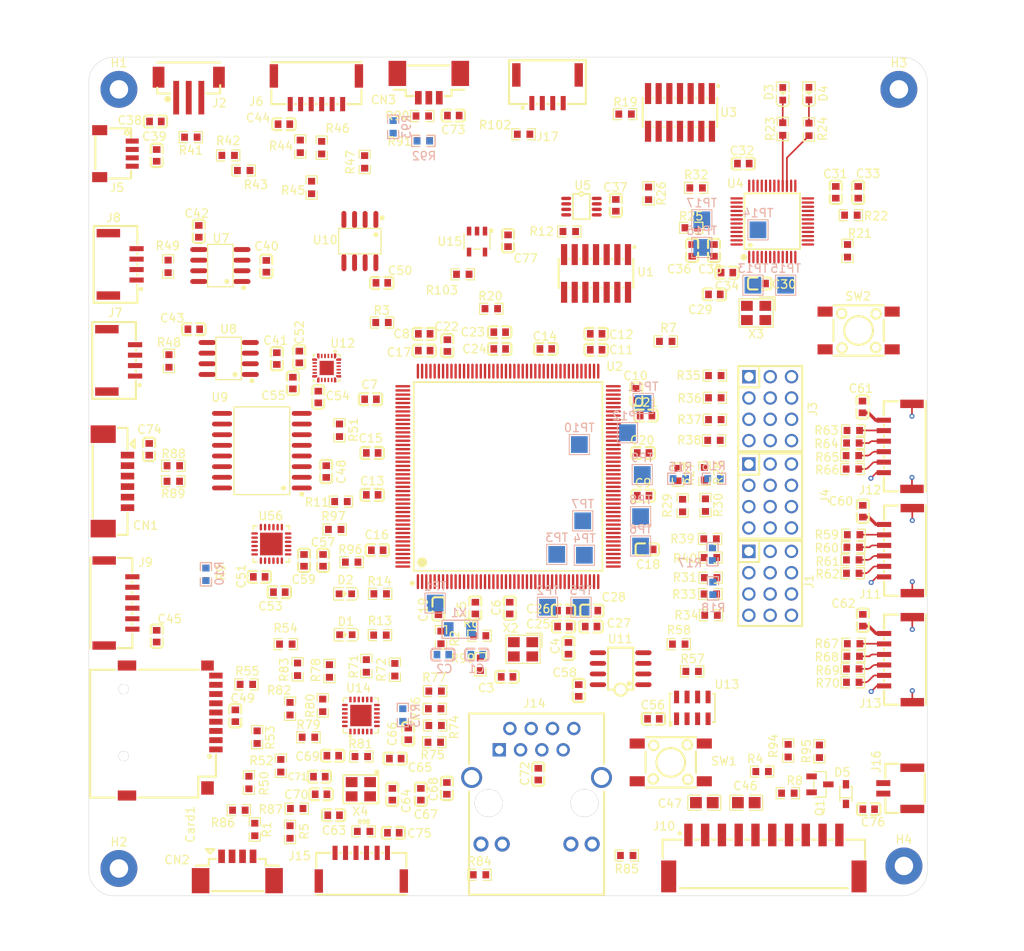
<source format=kicad_pcb>
(kicad_pcb (version 20241229) (generator "pcbnew") (generator_version "9.0")
  (layers (0 "F.Cu" signal) (4 "In1.Cu" signal) (6 "In2.Cu" signal) (8 "In3.Cu" signal) (10 "In4.Cu" signal) (2 "B.Cu" signal) (13 "F.Paste" user) (15 "B.Paste" user) (5 "F.SilkS" user "F.Silkscreen") (7 "B.SilkS" user "B.Silkscreen") (1 "F.Mask" user) (3 "B.Mask" user) (25 "Edge.Cuts" user))
  (net 0 "")
  (net 1 "/STM32H7/OSC_OUT")
  (net 2 "GND")
  (net 3 "/STM32H7/OSC_IN")
  (net 4 "3V3")
  (net 5 "/STM32H7/OSC32_IN")
  (net 6 "/STM32H7/VCAP1")
  (net 7 "/STM32H7/VCAP2")
  (net 8 "5V")
  (net 9 "/STM32H7/OSC32_OUT")
  (net 10 "/SDMMC2_D2")
  (net 11 "/SDMMC2_D1")
  (net 15 "/SDMMC2_D0")
  (net 17 "/SDMMC2_D3")
  (net 18 "/SDMMC2_CMD")
  (net 19 "/SDMMC2_CLK")
  (net 20 "Net-(CN2-Pad3)")
  (net 21 "Net-(CN2-Pad2)")
  (net 23 "Net-(CN3-Pad2)")
  (net 24 "Net-(CN3-Pad3)")
  (net 25 "Net-(D4-K)")
  (net 26 "/USB/USB_5V")
  (net 27 "/STM32H7/nPOWER_IN_B")
  (net 28 "/I2C4_SDA")
  (net 29 "/I2C4_SCL")
  (net 30 "/SERVO_RC/FMU_CH3_CONN")
  (net 31 "/SERVO_RC/FMU_CH4_CONN")
  (net 32 "/SERVO_RC/FMU_CH2_CONN")
  (net 33 "/SERVO_RC/FMU_CH1_CONN")
  (net 34 "Net-(J5-Pad4)")
  (net 35 "Net-(J5-Pad3)")
  (net 36 "Net-(J6-Pad2)")
  (net 37 "Net-(J6-Pad4)")
  (net 38 "Net-(J6-Pad3)")
  (net 39 "Net-(J6-Pad5)")
  (net 40 "/SERVO_RC/IO_CH4_CONN")
  (net 41 "/SERVO_RC/IO_CH3_CONN")
  (net 42 "/SERVO_RC/IO_CH2_CONN")
  (net 43 "/SERVO_RC/IO_CH1_CONN")
  (net 44 "Net-(J11-Pad4)")
  (net 45 "Net-(J11-Pad3)")
  (net 46 "Net-(J11-Pad5)")
  (net 47 "Net-(J11-Pad2)")
  (net 48 "Net-(J12-Pad4)")
  (net 49 "Net-(J12-Pad3)")
  (net 50 "Net-(J12-Pad2)")
  (net 51 "Net-(J12-Pad5)")
  (net 52 "/SERVO_RC/SBUS_PPM_IN")
  (net 53 "/SERVO_RC/IO_CH5_CONN")
  (net 54 "/SERVO_RC/SBUS_OUT_RSSI_IN")
  (net 55 "/SERVO_RC/FMU_CH6_CONN")
  (net 56 "/ETH/ETH_LED1")
  (net 57 "/ETH/ETH_TXP")
  (net 58 "/ETH/ETH_LED2")
  (net 59 "/ETH/ETH_RXP")
  (net 60 "/ETH/ETH_RXN")
  (net 61 "/ETH/ETH_TXN")
  (net 62 "/SPI3_MOSI")
  (net 63 "/SPI3_nCS1")
  (net 64 "/SPI3_MISO")
  (net 65 "/SPI3_SCK")
  (net 66 "/STM32H7/HW_VER_SENSE")
  (net 67 "/STM32F1/USART6_RX_FROM_IO-RC_INPUT")
  (net 68 "/STM32F1/FMU_USART6_RX_IO_USART2_TX")
  (net 69 "/STM32F1/FMU_USART6_TX_IO_USART2_RX")
  (net 70 "/STM32F1/USART6_TX_TO_IO-NC")
  (net 71 "/STM32H7/PDR_ON")
  (net 72 "/STM32H7/HW_VER_REV_DRIVE")
  (net 73 "/SPI1_nCS1")
  (net 74 "/SPI1_SCK")
  (net 75 "/SPI1_MISO")
  (net 76 "/SPI1_DRDY1")
  (net 77 "/SPI1_MOSI")
  (net 78 "/UART7_TX_TELEM1")
  (net 79 "/UART7_RX_TELEM1")
  (net 80 "/UART7_CTS_TELEM1")
  (net 81 "/UART7_RTS_TELEM1")
  (net 82 "/I2C2_SDA")
  (net 83 "/I2C2_SCL")
  (net 84 "/ETH_MDIO")
  (net 85 "/FMU_CH4")
  (net 86 "/FMU_CH3")
  (net 87 "/FMU_CH2")
  (net 88 "/FMU_CH1")
  (net 89 "/STM32H7/HW_REV_SENSE")
  (net 90 "/ETH_CRS_DV")
  (net 91 "/IO_CH4")
  (net 92 "/IO_CH3")
  (net 93 "/IO_CH2")
  (net 94 "/IO_CH1")
  (net 95 "/UART5_TX_TELEM2")
  (net 96 "/UART5_RX_TELEM2")
  (net 97 "/UART5_CTS_TELEM2")
  (net 98 "/UART5_RTS_TELEM2")
  (net 99 "/UART2_TX_TELEM3")
  (net 100 "/UART2_RX_TELEM3")
  (net 101 "/UART2_CTS_TELEM3")
  (net 102 "/UART2_RTS_TELEM3")
  (net 103 "/STM32F1/IO_LED1")
  (net 104 "/STM32F1/IO_LED2")
  (net 105 "/UART1_TX_GPS1")
  (net 106 "/UART1_RX_GPS1")
  (net 107 "/I2C1_SCL")
  (net 108 "/I2C1_SDA")
  (net 109 "/STM32H7/FMU_LED1_GREEN")
  (net 110 "/STM32H7/FMU_LED2_RED")
  (net 111 "/UART4_TX")
  (net 112 "/UART4_RX")
  (net 113 "/I2C3_SCL")
  (net 114 "/I2C3_SDA")
  (net 115 "/FMU_CH6")
  (net 116 "/STM32H7/BOOT0")
  (net 117 "/IO_CH5")
  (net 118 "/ETH_REF_CLK")
  (net 119 "/ETH_RXD0")
  (net 120 "/ETH_RXD1")
  (net 121 "/IO_USART1_RX_DSM")
  (net 122 "/NSBUS_OUT_EN")
  (net 123 "/ETH_NRST")
  (net 124 "/IO_RSSI_IN")
  (net 125 "/IO_PPM_INPUT")
  (net 126 "/QUADSPI_BK1_NCS")
  (net 127 "/UART8_TX_GPS2")
  (net 128 "/UART8_RX_GPS2")
  (net 129 "/IO_SAFETY_SWITCH_IN")
  (net 130 "/IO_NSAFETY_SWITCH_LED_OUT")
  (net 131 "/BUZZER_1")
  (net 132 "/FMU_nSAFETY_SWITCH_LED_OUT")
  (net 133 "/FMU_SAFETY_SWITCH_IN")
  (net 134 "/USB_OTG_FS_VBUS")
  (net 135 "/STM32H7/STM32H7_NRST")
  (net 136 "/STM32F1/STM32F1_NRST")
  (net 137 "/STM32H7/nARMED")
  (net 138 "/STM32F1/IO_SPARE_GPIO2")
  (net 139 "/STM32H7/TIM2_CH3_HEATER")
  (net 140 "/STM32F1/IO_SPARE_GPIO1")
  (net 141 "/STM32H7/nPOWER_IN_A")
  (net 142 "/STM32H7/ADC1_IN16")
  (net 143 "/STM32H7/ADC1_INP18")
  (net 144 "/STM32H7/ADC1_INP9")
  (net 145 "/STM32H7/ADC1_INP5")
  (net 146 "/STM32H7/ADC3_INP0")
  (net 147 "/STM32H7/ADC3_INP1")
  (net 148 "/STM32H7/NFC_GPIO")
  (net 149 "/STM32H7/FMU_CAP1")
  (net 150 "/QUADSPI_BK1_IO3")
  (net 151 "/STM32H7/nLED_BLUE")
  (net 152 "/STM32H7/VDD_5V_PERIPH_nOC")
  (net 153 "/STM32H7/SPI4_MISO")
  (net 154 "/STM32H7/SPI4_DRDY1_BMM150")
  (net 155 "/STM32H7/SPI6_nCS1_EXTERNAL1")
  (net 156 "/STM32H7/SPIX_SYNC")
  (net 157 "/STM32H7/SPI4_MOSI")
  (net 158 "/STM32H7/VDD_5V_HIPOWER_nEN")
  (net 159 "/STM32H7/SPI4_nCS1_BMM150")
  (net 160 "/STM32H7/VDD_3V3_SENSORS2_EN")
  (net 161 "/STM32H7/SPI3_nCS2_BMI088_GYRO")
  (net 162 "/QUADSPI_BK1_IO0")
  (net 163 "/STM32H7/FMU_CH8")
  (net 164 "/STM32H7/USART3_VCP_RX")
  (net 165 "/SPI2_MISO")
  (net 166 "/STM32H7/FMU_SWDIO")
  (net 167 "/ETH_MDC")
  (net 168 "/SPI2_nCS1")
  (net 169 "/STM32H7/VDD_3V3_SPEKTRUM_POWER_EN")
  (net 170 "/STM32H7/ADC1_INP6")
  (net 171 "/FDCAN1_TX")
  (net 172 "/STM32H7/SPI6_MISO")
  (net 173 "/SPI2_DRDY2_INT2")
  (net 174 "/QUADSPI_CLK")
  (net 175 "/SD_CARD_DETECT")
  (net 176 "/ETH_TXD1")
  (net 177 "/SPI5_MISO")
  (net 178 "/SPI5_SCK")
  (net 179 "/STM32H7/VDD_5V_PERIPH_nEN")
  (net 180 "/STM32H7/FMU_SWO")
  (net 181 "/STM32H7/SPI6_nCS2_EXTERNAL1")
  (net 182 "/FDCAN2_RX")
  (net 183 "/SPI2_MOSI")
  (net 184 "/STM32H7/VDD_5V_HIPOWER_nOC")
  (net 185 "/STM32H7/SPI6_MOSI")
  (net 186 "/FDCAN1_RX")
  (net 187 "/QUADSPI_BK1_IO1")
  (net 188 "/STM32H7/VDD_3V3_SD_CARD_EN")
  (net 189 "/ETH_TXD0")
  (net 190 "/ETH_TX_EN")
  (net 191 "/QUADSPI_BK1_IO2")
  (net 192 "/STM32H7/FMU_SWCLK")
  (net 193 "/STM32H7/I2C2_DRDY1")
  (net 194 "/STM32H7/FMU_CH7")
  (net 195 "/STM32H7/nPOWER_IN_C")
  (net 196 "/SPI5_nCS1")
  (net 197 "/SPI5_MOSI")
  (net 198 "/SPI2_SCK")
  (net 199 "/STM32H7/VDD_3V3_SENSORS1_EN")
  (net 200 "/STM32H7/VDD_3V3_SENSORS4_EN")
  (net 201 "/STM32H7/SPI3_DRDY1_BMI088_INT1_ACCEL")
  (net 202 "/STM32H7/FMU_PPM_INPUT")
  (net 203 "/FDCAN2_TX")
  (net 204 "/STM32H7/SPI3_DRDY2_BMI088_INT3_GYRO")
  (net 205 "/STM32H7/SPI4_SCK")
  (net 206 "/STM32H7/USART3_VCP_TX")
  (net 207 "/STM32H7/VDD_3V3_SENSORS3_EN")
  (net 208 "/STM32F1/IO_CH8")
  (net 209 "/STM32F1/IO_USART1_TX_VCP")
  (net 210 "/IO_SBUS_OUTPUT")
  (net 211 "/STM32F1/IO_SWCLK")
  (net 212 "/STM32F1/IO_SWDIO")
  (net 213 "/STM32F1/IO_CH6")
  (net 214 "/STM32F1/IO_SWO")
  (net 215 "/STM32F1/IO_VDD_SERVO_SENS")
  (net 216 "/STM32F1/IO_CH7")
  (net 217 "/IO_SBUS_INPUT")
  (net 218 "Net-(U4-PD1-OSC_OUT)")
  (net 219 "Net-(U4-PD0-OSC_IN)")
  (net 220 "Net-(U56-REGOUT)")
  (net 221 "Net-(U12-REGOUT)")
  (net 222 "Net-(U14-XTAL2)")
  (net 223 "Net-(U14-XTAL1{slash}CLKIN)")
  (net 224 "Net-(U14-VDDCR)")
  (net 225 "Net-(CN1-Pad2)")
  (net 226 "Net-(CN1-Pad3)")
  (net 230 "Net-(D1-K)")
  (net 231 "Net-(D2-K)")
  (net 232 "Net-(D3-K)")
  (net 233 "Net-(D5-A)")
  (net 234 "Net-(J2-Pad2)")
  (net 235 "Net-(U8-CANL)")
  (net 236 "Net-(U8-CANH)")
  (net 237 "Net-(U7-CANH)")
  (net 238 "Net-(U7-CANL)")
  (net 239 "Net-(J13-Pad2)")
  (net 240 "Net-(J13-Pad3)")
  (net 241 "Net-(J13-Pad4)")
  (net 242 "Net-(J13-Pad5)")
  (net 243 "Net-(J14-Pad10)")
  (net 245 "Net-(J14-Pad11)")
  (net 246 "Net-(J15-Pad5)")
  (net 247 "Net-(J15-Pad3)")
  (net 248 "Net-(J15-Pad4)")
  (net 249 "Net-(J15-Pad2)")
  (net 250 "Net-(Q1-G)")
  (net 251 "Net-(R12-Pad1)")
  (net 252 "Net-(R19-Pad1)")
  (net 253 "Net-(U4-PB2)")
  (net 254 "Net-(U4-BOOT0)")
  (net 255 "Net-(U5-1A)")
  (net 256 "Net-(U5-2Y)")
  (net 271 "Net-(U14-RXER{slash}PHYAD0)")
  (net 272 "Net-(U14-RXD0{slash}MODE0)")
  (net 273 "Net-(U14-RXD1{slash}MODE1)")
  (net 274 "Net-(U14-CRS_DV{slash}MODE2)")
  (net 275 "Net-(U14-~{INT}{slash}REFCLKO)")
  (net 276 "Net-(U14-RBIAS)")
  (net 277 "Net-(U4-PC13-TAMPER-RTC)")
  (net 278 "Net-(U4-PC14-OSC32_IN)")
  (net 279 "Net-(U4-PC15-OSC32_OUT)")
  (net 314 "/USB_OTG_FS_D-")
  (net 315 "/USB_OTG_FS_D+")
  (footprint "easyeda2kicad:C0603" (layer "F.Cu") (at 157.55 56.1 90)
    (property "Reference" "C36")
    (property "Value" "CL10B105KA8NNNC (1uf ,0603 ,25v ,X7R)")
  )
  (footprint "easyeda2kicad:C0603" (layer "F.Cu") (at 161.7 58.75 180)
    (property "Reference" "C34")
    (property "Value" "CC0603KRX7R9BB104 (100nf , 0603 ,50v ,X7R)")
  )
  (footprint "easyeda2kicad:C0603" (layer "F.Cu") (at 114.8 123.45)
    (property "Reference" "C63")
    (property "Value" "CC0603JRNPO9BN100 (10pF , 0603 ,50V ,X7R)")
  )
  (footprint "easyeda2kicad:R0603" (layer "F.Cu") (at 137.45 42.25)
    (property "Reference" "R102")
    (property "Value" "0603WAF1002T5E")
  )
  (footprint "easyeda2kicad:R0603" (layer "F.Cu") (at 102.225 44.775 180)
    (property "Reference" "R42")
    (property "Value" "603WAF1200T5E")
  )
  (footprint "easyeda2kicad:C0603" (layer "F.Cu") (at 98.725 53.825 -90)
    (property "Reference" "C42")
    (property "Value" "CC0603KRX7R9BB104 (100nf , 0603 ,50v ,X7R)")
  )
  (footprint "easyeda2kicad:C0603" (layer "F.Cu") (at 120.55 59.97 180)
    (property "Reference" "C50")
    (property "Value" "CC0603KRX7R9BB104 (100nf , 0603 ,50v ,X7R)")
  )
  (footprint "easyeda2kicad:LED0603-RD" (layer "F.Cu") (at 116.2 97.05 180)
    (property "Reference" "D2")
    (property "Value" "KT-0603R")
  )
  (footprint "easyeda2kicad:C0603" (layer "F.Cu") (at 177.86 74.77 -90)
    (property "Reference" "C61")
    (property "Value" "CC0603KRX7R9BB104 (100nf , 0603 ,50v ,X7R)")
  )
  (footprint "easyeda2kicad:C0603" (layer "F.Cu") (at 152.93 111.96)
    (property "Reference" "C56")
    (property "Value" "CC0603KRX7R9BB104 (100nf , 0603 ,50v ,X7R)")
  )
  (footprint "easyeda2kicad:R0603" (layer "F.Cu") (at 116.95 93.27 180)
    (property "Reference" "R96")
    (property "Value" "0603WAF2200T5E (220ohm  , 0603)")
  )
  (footprint "easyeda2kicad:R0603" (layer "F.Cu") (at 108.5 117.55 -90)
    (property "Reference" "R52")
    (property "Value" "0603WAF1002T5E")
  )
  (footprint "easyeda2kicad:HDR-SMD_14P-P1.27-V-M-R2-C7-LS5.5" (layer "F.Cu") (at 146.09 58.85 180)
    (property "Reference" "U1")
    (property "Value" "HB-PH9-12727PB2GOB")
  )
  (footprint "easyeda2kicad:C0603" (layer "F.Cu") (at 121.8 120.95 90)
    (property "Reference" "C64")
    (property "Value" "CC0603JRNPO9BN100 (10pF , 0603 ,50V ,X7R)")
  )
  (footprint "easyeda2kicad:R0603" (layer "F.Cu") (at 110.5 106.05 90)
    (property "Reference" "R83")
    (property "Value" "0603WAF499JT5E (49.9ohm , 0603)")
  )
  (footprint "easyeda2kicad:CRYSTAL-SMD_4P-L3.2-W2.5-BL_SIT8008BI" (layer "F.Cu") (at 118.05 120.35 180)
    (property "Reference" "X4")
    (property "Value" "XL2EL89CMI-111YLC-25M")
  )
  (footprint "easyeda2kicad:C0603" (layer "F.Cu") (at 108.875 41.05)
    (property "Reference" "C44")
    (property "Value" "CC0603KRX7R9BB104 (100nf , 0603 ,50v ,X7R)")
  )
  (footprint "easyeda2kicad:CONN-SMD_A1257WV-S-6P" (layer "F.Cu") (at 182.12 91.9 90)
    (property "Reference" "J11")
    (property "Value" "A1257WV-S-6P-LCP")
  )
  (footprint "easyeda2kicad:R0603" (layer "F.Cu") (at 172.725 115.825 -90)
    (property "Reference" "R95")
    (property "Value" "0603WAF1002T5E")
  )
  (footprint "easyeda2kicad:C0603" (layer "F.Cu") (at 152.05 75.8 180)
    (property "Reference" "C21")
    (property "Value" "CL10A225KO8NNNC (2.2uf , 0603,16v,X5R)")
  )
  (footprint "easyeda2kicad:C0603" (layer "F.Cu") (at 119.4 85.25)
    (property "Reference" "C13")
    (property "Value" "CC0603KRX7R9BB104 (100nf , 0603 ,50v ,X7R)")
  )
  (footprint "easyeda2kicad:R0603" (layer "F.Cu") (at 176.75 91.5)
    (property "Reference" "R60")
    (property "Value" "0603WAF2200T5E (220ohm  , 0603)")
  )
  (footprint "easyeda2kicad:C0603" (layer "F.Cu") (at 139.2 118.55 90)
    (property "Reference" "C72")
    (property "Value" "CC0603KRX7R9BB104 (100nf , 0603 ,50v ,X7R)")
  )
  (footprint "easyeda2kicad:C0603" (layer "F.Cu") (at 135.6 54.95 -90)
    (property "Reference" "C77")
    (property "Value" "CC0603KRX7R9BB104 (100nf , 0603 ,50v ,X7R)")
  )
  (footprint "easyeda2kicad:R0603" (layer "F.Cu") (at 159.735 92.725)
    (property "Reference" "R40")
    (property "Value" "0603WAF2200T5E (220ohm  , 0603)")
  )
  (footprint "easyeda2kicad:C0603" (layer "F.Cu") (at 128.36 67.45 -90)
    (property "Reference" "C22")
    (property "Value" "CL10A225KO8NNNC (2.2uf , 0603,16v,X5R)")
  )
  (footprint "easyeda2kicad:C0603" (layer "F.Cu") (at 174.675 49.175 -90)
    (property "Reference" "C31")
    (property "Value" "CC0603KRX7R9BB104 (100nf , 0603 ,50v ,X7R)")
  )
  (footprint "easyeda2kicad:C0603" (layer "F.Cu") (at 178.6 122.73)
    (property "Reference" "C76")
    (property "Value" "CC0603KRX7R9BB104 (100nf , 0603 ,50v ,X7R)")
  )
  (footprint "easyeda2kicad:C0603" (layer "F.Cu") (at 109.94 71.92 90)
    (property "Reference" "C55")
    (property "Value" "CC0603KRX7R9BB104 (100nf , 0603 ,50v ,X7R)")
  )
  (footprint "easyeda2kicad:R0603" (layer "F.Cu") (at 105.68 114.14 -90)
    (property "Reference" "R53")
    (property "Value" "0603WAF1002T5E")
  )
  (footprint "easyeda2kicad:R0603" (layer "F.Cu") (at 114.3 106.25 90)
    (property "Reference" "R78")
    (property "Value" "0603WAF499JT5E (49.9ohm , 0603)")
  )
  (footprint "easyeda2kicad:C0603" (layer "F.Cu") (at 152.2 91.75 180)
    (property "Reference" "C18")
    (property "Value" "CC0603KRX7R9BB104 (100nf , 0603 ,50v ,X7R)")
  )
  (footprint "easyeda2kicad:R0603" (layer "F.Cu") (at 104.4 107.85)
    (property "Reference" "R55")
    (property "Value" "0603WAF1002T5E")
  )
  (footprint "easyeda2kicad:R0603" (layer "F.Cu") (at 126.9 112.75 180)
    (property "Reference" "R74")
    (property "Value" "603WAF220JT5E (22ohm , 0603)")
  )
  (footprint "easyeda2kicad:R0603" (layer "F.Cu") (at 176.76 77.57)
    (property "Reference" "R63")
    (property "Value" "0603WAF2200T5E (220ohm  , 0603)")
  )
  (footprint "easyeda2kicad:R0603" (layer "F.Cu") (at 103.5 122.85 180)
    (property "Reference" "R86")
    (property "Value" "603WAF1200T5E")
  )
  (footprint "MountingHole:MountingHole_2.2mm_M2_Pad" (layer "F.Cu") (at 89.2 129.8)
    (property "Reference" "H2")
    (property "Value" "MountingHole_Pad")
  )
  (footprint "easyeda2kicad:LED0603-RD" (layer "F.Cu") (at 116.26 101.925 180)
    (property "Reference" "D1")
    (property "Value" "0603 Green 509-620mcd")
  )
  (footprint "easyeda2kicad:C0603" (layer "F.Cu") (at 177.35 49.175 -90)
    (property "Reference" "C33")
    (property "Value" "CC0603KRX7R9BB104 (100nf , 0603 ,50v ,X7R)")
  )
  (footprint "easyeda2kicad:C0603" (layer "F.Cu") (at 125.2 120.95 90)
    (property "Reference" "C67")
    (property "Value" "CC0603KRX7R9BB471 (470pF , 0603 ,50V ,X7R)")
  )
  (footprint "easyeda2kicad:LED0603-RD" (layer "F.Cu") (at 168.35 37.425 90)
    (property "Reference" "D3")
    (property "Value" "0603 Green 509-620mcd")
  )
  (footprint "easyeda2kicad:C0603" (layer "F.Cu") (at 108.025 69 90)
    (property "Reference" "C41")
    (property "Value" "CL10A225KO8NNNC (2.2uf , 0603,16v,X5R)")
  )
  (footprint "easyeda2kicad:R0603" (layer "F.Cu") (at 112.175 48.6 90)
    (property "Reference" "R45")
    (property "Value" "0603WAF2200T5E (220ohm  , 0603)")
  )
  (footprint "easyeda2kicad:R0603" (layer "F.Cu") (at 126.9 108.65 180)
    (property "Reference" "R77")
    (property "Value" "603WAF220JT5E (22ohm , 0603)")
  )
  (footprint "easyeda2kicad:R0603" (layer "F.Cu") (at 127.6 102.25 -90)
    (property "Reference" "R2")
    (property "Value" "0603WAF1002T5E")
  )
  (footprint "easyeda2kicad:R0603" (layer "F.Cu") (at 176.8 90)
    (property "Reference" "R59")
    (property "Value" "0603WAF2200T5E (220ohm  , 0603)")
  )
  (footprint "easyeda2kicad:R0603" (layer "F.Cu") (at 159.135 86.475 -90)
    (property "Reference" "R30")
    (property "Value" "0603WAF1002T5E")
  )
  (footprint "easyeda2kicad:CONN-SMD_10P-P2.00_CNJM_CNJMA2012WV-S-10P" (layer "F.Cu") (at 166.1 128.275)
    (property "Reference" "J10")
    (property "Value" "CNJMA2012WV-S-10P")
  )
  (footprint "easyeda2kicad:R0603" (layer "F.Cu") (at 160.15 78.75)
    (property "Reference" "R38")
    (property "Value" "0603WAF2200T5E (220ohm  , 0603)")
  )
  (footprint "easyeda2kicad:R0603" (layer "F.Cu") (at 125.5 43.025 180)
    (property "Reference" "R91")
    (property "Value" "603WAF220JT5E (22ohm , 0603)")
  )
  (footprint "easyeda2kicad:C0603" (layer "F.Cu") (at 165.6 60.05)
    (property "Reference" "C30")
    (property "Value" "CC0603JRNPO9BN100 (10pF , 0603 ,50V ,X7R)")
  )
  (footprint "easyeda2kicad:R0603" (layer "F.Cu") (at 110.825 43.7 90)
    (property "Reference" "R44")
    (property "Value" "0603WAF2200T5E (220ohm  , 0603)")
  )
  (footprint "easyeda2kicad:SM8_L3.0-W2.8-P0.65-LS4.0-BL" (layer "F.Cu") (at 144.35 50.885 -90)
    (property "Reference" "U5")
    (property "Value" "SN74LVC2G240DCTR")
  )
  (footprint "easyeda2kicad:R0603" (layer "F.Cu") (at 125.375 40.075)
    (property "Reference" "R90")
    (property "Value" "603WAF1000T5E (100ohm , 0603)")
  )
  (footprint "easyeda2kicad:R0603" (layer "F.Cu") (at 114.925 89.375 180)
    (property "Reference" "R97")
    (property "Value" "0603WAF2200T5E (220ohm  , 0603)")
  )
  (footprint "MountingHole:MountingHole_2.2mm_M2_Pad" (layer "F.Cu") (at 182.2 36.9)
    (property "Reference" "H3")
    (property "Value" "MountingHole_Pad")
  )
  (footprint "easyeda2kicad:R0603" (layer "F.Cu") (at 168.96 120.82)
    (property "Reference" "R8")
    (property "Value" "0603WAF1002T5E")
  )
  (footprint "easyeda2kicad:R0603" (layer "F.Cu") (at 176.8 103)
    (property "Reference" "R67")
    (property "Value" "0603WAF2200T5E (220ohm  , 0603)")
  )
  (footprint "easyeda2kicad:C0603" (layer "F.Cu") (at 92.81 79.82 -90)
    (property "Reference" "C74")
    (property "Value" "CC0603KRX7R9BB104 (100nf , 0603 ,50v ,X7R)")
  )
  (footprint "easyeda2kicad:R0603" (layer "F.Cu") (at 99.575 94.725 -90)
    (property "Reference" "R9")
    (property "Value" "603WAF0000T5E (0ohm , 0603)")
  )
  (footprint "easyeda2kicad:CONN-SMD_4P-P1.25_BM04B-GHS-TBT-LF-SN" (layer "F.Cu") (at 89.6225 57.765 -90)
    (property "Reference" "J8")
    (property "Value" "HCZZ0494-4")
  )
  (footprint "easyeda2kicad:C0603" (layer "F.Cu") (at 125.6 68.05)
    (property "Reference" "C17")
    (property "Value" "CC0603KRX7R9BB104 (100nf , 0603 ,50v ,X7R)")
  )
  (footprint "easyeda2kicad:R0603" (layer "F.Cu") (at 176.66 82.17)
    (property "Reference" "R66")
    (property "Value" "0603WAF2200T5E (220ohm  , 0603)")
  )
  (footprint "easyeda2kicad:LED0603-RD" (layer "F.Cu") (at 171.475 37.4 90)
    (property "Reference" "D4")
    (property "Value" "KT-0603R")
  )
  (footprint "easyeda2kicad:R0603" (layer "F.Cu") (at 126.85 110.75 180)
    (property "Reference" "R76")
    (property "Value" "603WAF220JT5E (22ohm , 0603)")
  )
  (footprint "easyeda2kicad:LQFP-48_L7.0-W7.0-P0.50-LS9.0-BL" (layer "F.Cu") (at 167.1 52.65)
    (property "Reference" "U4")
    (property "Value" "STM32F103C8T6")
  )
  (footprint "easyeda2kicad:C0603" (layer "F.Cu") (at 119.4 80.25)
    (property "Reference" "C15")
    (property "Value" "CC0603KRX7R9BB104 (100nf , 0603 ,50v ,X7R)")
  )
  (footprint "easyeda2kicad:C0603" (layer "F.Cu") (at 121.92 125.54 180)
    (property "Reference" "C75")
    (property "Value" "CC0603KRX7R9BB104 (100nf , 0603 ,50v ,X7R)")
  )
  (footprint "easyeda2kicad:C0603" (layer "F.Cu") (at 125.6 66.05)
    (property "Reference" "C8")
    (property "Value" "CC0603KRX7R9BB104 (100nf , 0603 ,50v ,X7R)")
  )
  (footprint "easyeda2kicad:R0603" (layer "F.Cu") (at 156.41 86.525 -90)
    (property "Reference" "R29")
    (property "Value" "0603WAF2200T5E (220ohm  , 0603)")
  )
  (footprint "easyeda2kicad:C0603" (layer "F.Cu") (at 93.55 40.725)
    (property "Reference" "C38")
    (property "Value" "CC0603KRX7R9BB104 (100nf , 0603 ,50v ,X7R)")
  )
  (footprint "easyeda2kicad:TF-SMD_TF-PUSH" (layer "F.Cu") (at 95.4625 113.35 -90)
    (property "Reference" "Card1")
    (property "Value" "TFPUSH (Micro SD card)")
  )
  (footprint "easyeda2kicad:C0603" (layer "F.Cu") (at 106.775 58 90)
    (property "Reference" "C40")
    (property "Value" "CL10A225KO8NNNC (2.2uf , 0603,16v,X5R)")
  )
  (footprint "easyeda2kicad:R0603" (layer "F.Cu") (at 120.57 64.7)
    (property "Reference" "R3")
    (property "Value" "0603WAF1002T5E")
  )
  (footprint "easyeda2kicad:R0603" (layer "F.Cu") (at 95.065 58.01 -90)
    (property "Reference" "R49")
    (property "Value" "603WAF1200T5E")
  )
  (footprint "easyeda2kicad:RJ45-TH_HR911105A" (layer "F.Cu") (at 139 120)
    (property "Reference" "J14")
    (property "Value" "HR911105A_C12074")
  )
  (footprint "easyeda2kicad:R0603" (layer "F.Cu") (at 115.5 77.55 -90)
    (property "Reference" "R51")
    (property "Value" "0603WAF1002T5E")
  )
  (footprint "easyeda2kicad:C0603" (layer "F.Cu") (at 122.15 116.7 180)
    (property "Reference" "C65")
    (property "Value" "CL10B105KA8NNNC (1uf ,0603 ,25v ,X7R)")
  )
  (footprint "easyeda2kicad:C0603" (layer "F.Cu") (at 113.54 93.06 90)
    (property "Reference" "C57")
    (property "Value" "CL10A225KO8NNNC (2.2uf , 0603,16v,X5R)")
  )
  (footprint "easyeda2kicad:QFN-24_L3.0-W3.0-P0.40-BL-EP" (layer "F.Cu") (at 113.975 70.12 180)
    (property "Reference" "U12")
    (property "Value" "MPU6500")
  )
  (footprint "easyeda2kicad:R0603" (layer "F.Cu") (at 165.89 118.24 180)
    (property "Reference" "R4")
    (property "Value" "0603WAF1002T5E")
  )
  (footprint "easyeda2kicad:R0603" (layer "F.Cu") (at 155.95 103.05)
    (property "Reference" "R58")
    (property "Value" "0603WAF1002T5E")
  )
  (footprint "easyeda2kicad:R0603" (layer "F.Cu") (at 113.375 43.85 90)
    (property "Reference" "R46")
    (property "Value" "603WAF1200T5E")
  )
  (footprint "easyeda2kicad:CONN-SMD_6P-P1.25_A1251WV-S-6P" (layer "F.Cu") (at 88.775 83.645 -90)
    (property "Reference" "CN1")
    (property "Value" "A1251WV-S-6P")
  )
  (footprint "easyeda2kicad:C0603" (layer "F.Cu") (at 163.65 45.75)
    (property "Reference" "C32")
    (property "Value" "CC0603KRX7R9BB104 (100nf , 0603 ,50v ,X7R)")
  )
  (footprint "easyeda2kicad:CRYSTAL-SMD_4P-L3.2-W2.5-BL" (layer "F.Cu") (at 137.385 103.665 180)
    (property "Reference" "X2")
    (property "Value" "XL2EL89CLI-111YLC-16M")
  )
  (footprint "easyeda2kicad:CONN-SMD_A1257WV-S-6P" (layer "F.Cu") (at 182.08 79.47 90)
    (property "Reference" "J12")
    (property "Value" "A1257WV-S-6P-LCP")
  )
  (footprint "easyeda2kicad:R0603" (layer "F.Cu") (at 120.35 97.05)
    (property "Reference" "R14")
    (property "Value" "603WAF1000T5E (100ohm , 0603)")
  )
  (footprint "MountingHole:MountingHole_2.2mm_M2_Pad" (layer "F.Cu") (at 182.8 129.5)
    (property "Reference" "H4")
    (property "Value" "MountingHole_Pad")
  )
  (footprint "easyeda2kicad:C0603" (layer "F.Cu") (at 129.07 40.02 180)
    (property "Reference" "C73")
    (property "Value" "CC0603KRX7R9BB104 (100nf , 0603 ,50v ,X7R)")
  )
  (footprint "easyeda2kicad:R0603" (layer "F.Cu") (at 155.85 82.825 -90)
    (property "Reference" "R27")
    (property "Value" "0603WAF2200T5E (220ohm  , 0603)")
  )
  (footprint "easyeda2kicad:CRYSTAL-SMD_4P-L3.2-W2.5-BL" (layer "F.Cu") (at 165.176471 63.560999 180)
    (property "Reference" "X3")
    (property "Value" "X322524MLB4SI_C5210646")
  )
  (footprint "easyeda2kicad:SOT-23-5_L3.0-W1.5-P0.95-LS2.8-BL" (layer "F.Cu") (at 131.9 55.05 180)
    (property "Reference" "U15")
    (property "Value" "SN74LVC1G07DBVR_C19829659")
  )
  (footprint "easyeda2kicad:HDR-TH_12P-P2.54-V-M-R3-C4-S2.54" (layer "F.Cu") (at 166.86 74.97 -90)
    (property "Reference" "J3")
    (property "Value" "HX PZ2.54-3X4P ZZ")
  )
  (footprint "easyeda2kicad:CONN-SMD_B3B-ZR-SM4-TF" (layer "F.Cu") (at 97.525 36.67 180)
    (property "Reference" "J2")
    (property "Value" "B3B-ZR-SM4-TF(LF)(SN)")
  )
  (footprint "easyeda2kicad:R0603" (layer "F.Cu") (at 132.2 102.05 180)
    (property "Reference" "R6")
    (property "Value" "0603WAF1002T5E")
  )
  (footprint "easyeda2kicad:R0603" (layer "F.Cu") (at 159.725 97.075)
    (property "Reference" "R33")
    (property "Value" "0603WAF2200T5E (220ohm  , 0603)")
  )
  (footprint "easyeda2kicad:CONN-SMD_A1257WV-S-6P" (layer "F.Cu") (at 89.12 98.145 -90)
    (property "Reference" "J9")
    (property "Value" "A1257WV-S-6P-LCP")
  )
  (footprint "easyeda2kicad:R0603" (layer "F.Cu") (at 113.5 110.35 90)
    (property "Reference" "R80")
    (property "Value" "0603WAF499JT5E (49.9ohm , 0603)")
  )
  (footprint "easyeda2kicad:C0603" (layer "F.Cu") (at 120 91.85)
    (property "Reference" "C16")
    (property "Value" "CC0603KRX7R9BB104 (100nf , 0603 ,50v ,X7R)")
  )
  (footprint "easyeda2kicad:R0603" (layer "F.Cu") (at 132.2 130.55)
    (property "Reference" "R84")
    (property "Value" "603WAF1000T5E (100ohm , 0603)")
  )
  (footprint "easyeda2kicad:R0603" (layer "F.Cu") (at 168.35 41.625 -90)
    (property "Reference" "R23")
    (property "Value" "603WAF1000T5E (100ohm , 0603)")
  )
  (footprint "easyeda2kicad:C0603" (layer "F.Cu") (at 93.7 44.775 90)
    (property "Reference" "C39")
    (property "Value" "CC0603KRX7R9BB104 (100nf , 0603 ,50v ,X7R)")
  )
  (footprint "easyeda2kicad:R0603" (layer "F.Cu") (at 95.69 81.775 180)
    (property "Reference" "R88")
    (property "Value" "0603WAF2200T5E (220ohm  , 0603)")
  )
  (footprint "easyeda2kicad:R0603" (layer "F.Cu") (at 126.8 114.75 180)
    (property "Reference" "R75")
    (property "Value" "603WAF220JT5E (22ohm , 0603)")
  )
  (footprint "easyeda2kicad:SOIC-8_L4.9-W3.9-P1.27-LS6.0-BL" (layer "F.Cu") (at 117.9275 54.99 180)
    (property "Reference" "U10")
    (property "Value" "24LC64-I/SN")
  )
  (footprint "easyeda2kicad:C0603" (layer "F.Cu") (at 113.92 82.47 -90)
    (property "Reference" "C48")
    (property "Value" "CC0603KRX7R9BB104 (100nf , 0603 ,50v ,X7R)")
  )
  (footprint "easyeda2kicad:R0603" (layer "F.Cu") (at 158.025 48.65 180)
    (property "Reference" "R32")
    (property "Value" "0603WAF2200T5E (220ohm  , 0603)")
  )
  (footprint "easyeda2kicad:R0603" (layer "F.Cu") (at 95.68 83.63 180)
    (property "Reference" "R89")
    (property "Value" "0603WAF2200T5E (220ohm  , 0603)")
  )
  (footprint "easyeda2kicad:R0603" (layer "F.Cu") (at 95.165 69.285 -90)
    (property "Reference" "R48")
    (property "Value" "603WAF1200T5E")
  )
  (footprint "easyeda2kicad:C0603" (layer "F.Cu") (at 135.8 98.75 90)
    (property "Reference" "C6")
    (property "Value" "CC0603KRX7R9BB104 (100nf , 0603 ,50v ,X7R)")
  )
  (footprint "easyeda2kicad:R0603" (layer "F.Cu") (at 176.7 106)
    (property "Reference" "R69")
    (property "Value" "0603WAF2200T5E (220ohm  , 0603)")
  )
  (footprint "easyeda2kicad:R0603" (layer "F.Cu") (at 171.475 41.675 -90)
    (property "Reference" "R24")
    (property "Value" "603WAF1000T5E (100ohm , 0603)")
  )
  (footprint "easyeda2kicad:R0603" (layer "F.Cu") (at 104.075 46.575 180)
    (property "Reference" "R43")
    (property "Value" "603WAF1200T5E")
  )
  (footprint "easyeda2kicad:C0603" (layer "F.Cu") (at 145.5 100.95 180)
    (property "Reference" "C27")
    (property "Value" "CL10B105KA8NNNC (1uf ,0603 ,25v ,X7R)")
  )
  (footprint "easyeda2kicad:CONN-SMD_A1257WV-S-6P" (layer "F.Cu") (at 118.1 129.6175)
    (property "Reference" "J15")
    (property "Value" "A1257WV-S-6P-LCP")
  )
  (footprint "easyeda2kicad:R0603" (layer "F.Cu") (at 169 115.75 -90)
    (property "Reference" "R94")
    (property "Value" "0603WAF2200T5E (220ohm  , 0603)")
  )
  (footprint "easyeda2kicad:R0603" (layer "F.Cu") (at 160.25 73.675)
    (property "Reference" "R36")
    (property "Value" "0603WAF2200T5E (220ohm  , 0603)")
  )
  (footprint "easyeda2kicad:R0603" (layer "F.Cu") (at 118.5 45.55 90)
    (property "Reference" "R47")
    (property "Value" "603WAF1200T5E")
  )
  (footprint "easyeda2kicad:C0603" (layer "F.Cu") (at 119.2 73.85)
    (property "Reference" "C7")
    (property "Value" "CC0603KRX7R9BB104 (100nf , 0603 ,50v ,X7R)")
  )
  (footprint "easyeda2kicad:C0603" (layer "F.Cu") (at 98.125 65.5)
    (property "Reference" "C43")
    (property "Value" "CC0603KRX7R9BB104 (100nf , 0603 ,50v ,X7R)")
  )
  (footprint "easyeda2kicad:C0603" (layer "F.Cu") (at 127.3 98.85 90)
    (property "Reference" "C19")
    (property "Value" "CC0603KRX7R9BB104 (100nf , 0603 ,50v ,X7R)")
  )
  (footprint "easyeda2kicad:SOIC-8_L4.9-W3.9-P1.27-LS6.0-BL" (layer "F.Cu") (at 102.285 68.985 90)
    (property "Reference" "U8")
    (property "Value" "TJA1051T/3/1J")
  )
  (footprint "easyeda2kicad:C0603" (layer "F.Cu") (at 134.6 67.85 180)
    (property "Reference" "C24")
    (property "Value" "CC0603KRX7R9BB104 (100nf , 0603 ,50v ,X7R)")
  )
  (footprint "easyeda2kicad:C0603" (layer "F.Cu") (at 146.1 66.05 180)
    (property "Reference" "C12")
    (property "Value" "CC0603KRX7R9BB104 (100nf , 0603 ,50v ,X7R)")
  )
  (footprint "easyeda2kicad:R0603" (layer "F.Cu") (at 122.1 106.1 90)
    (property "Reference" "R72")
    (property "Value" "0603WAF1501T5E (1.5kohm , 0603)")
  )
  (footprint "easyeda2kicad:R0603" (layer "F.Cu") (at 159.8 99.6)
    (property "Reference" "R34")
    (property "Value" "0603WAF2200T5E (220ohm  , 0603)")
  )
  (footprint "easyeda2kicad:R0603" (layer "F.Cu") (at 132.3 105.45 -90)
    (property "Reference" "R99")
    (property "Value" "603WAF1200T5E")
  )
  (footprint "easyeda2kicad:CONN-SMD_HCZZ0494-2" (layer "F.Cu") (at 182.07 120.24 90)
    (property "Reference" "J16")
    (property "Value" "HCZZ0494-2")
  )
  (footprint "easyeda2kicad:R0603" (layer "F.Cu") (at 105.4 125.15 -90)
    (property "Reference" "R1")
    (property "Value" "0603WAF1002T5E")
  )
  (footprint "easyeda2kicad:SENSORS-SMD_MS5611-01BA03" (layer "F.Cu") (at 157.57 110.65)
    (property "Reference" "U13")
    (property "Value" "MS561101BA03-50")
  )
  (footprint "easyeda2kicad:C0603" (layer "F.Cu") (at 113.1 118.85 180)
    (property "Reference" "C71")
    (property "Value" "CL10A106MA8NRNC (10uf , 0603 ,25v ,X5R)")
  )
  (footprint "easyeda2kicad:C0603" (layer "F.Cu") (at 177.9 100.2 -90)
    (property "Reference" "C62")
    (property "Value" "CC0603KRX7R9BB104 (100nf , 0603 ,50v ,X7R)")
  )
  (footprint "easyeda2kicad:R0603" (layer "F.Cu") (at 118.7 105.65 90)
    (property "Reference" "R71")
    (property "Value" "0603WAF1002T5E")
  )
  (footprint "easyeda2kicad:C0603" (layer "F.Cu") (at 144.025 108.575 90)
    (property "Reference" "C58")
    (property "Value" "CC0603KRX7R9BB104 (100nf , 0603 ,50v ,X7R)")
  )
  (footprint "easyeda2kicad:R0603" (layer "F.Cu") (at 120.325 101.975)
    (property "Reference" "R13")
    (property "Value" "603WAF1000T5E (100ohm , 0603)")
  )
  (footprint "easyeda2kicad:C0603" (layer "F.Cu") (at 111.27 93.06 90)
    (property "Reference" "C59")
    (property "Value" "CC0603KRX7R9BB104 (100nf , 0603 ,50v ,X7R)")
  )
  (footprint "easyeda2kicad:R0603" (layer "F.Cu") (at 142.9 53.85)
    (property "Reference" "R12")
    (property "Value" "603WAF1000T5E (100ohm , 0603)")
  )
  (footprint "easyeda2kicad:R0603" (layer "F.Cu") (at 176.7 107.6)
    (property "Reference" "R70")
    (property "Value" "0603WAF2200T5E (220ohm  , 0603)")
  )
  (footprint "easyeda2kicad:R0603" (layer "F.Cu") (at 176.75 104.5)
    (property "Reference" "R68")
    (property "Value" "0603WAF2200T5E (220ohm  , 0603)")
  )
  (footprint "easyeda2kicad:C0603" (layer "F.Cu") (at 114.7 116.35)
    (property "Reference" "C69")
    (property "Value" "CC0603KRX7R9BB104 (100nF , 0603 ,50V ,X7R)")
  )
  (footprint "easyeda2kicad:C0603" (layer "F.Cu") (at 113.3 120.95 180)
    (property "Reference" "C70")
    (property "Value" "CC0603KRX7R9BB104 (100nF , 0603 ,50V ,X7R)")
  )
  (footprint "easyeda2kicad:R0603" (layer "F.Cu") (at 152.35 49.3 -90)
    (property "Reference" "R26")
    (property "Value" "0603WAF1002T5E")
  )
  (footprint "easyeda2kicad:SOD-323_L1.8-W1.3-LS2.5-RD" (layer "F.Cu") (at 175.89 120.93 90)
    (property "Reference" "D5")
    (property "Value" "1N4148WS")
  )
  (footprint "easyeda2kicad:R0603" (layer "F.Cu") (at 111.8 114.15)
    (property "Reference" "R79")
    (property "Value" "0603WAF1212T5E (12.1kohm , 0603)")
  )
  (footprint "easyeda2kicad:HDR-SMD_14P-P1.27-V-M-R2-C7-LS5.5" (layer "F.Cu") (at 156.1 39.65 180)
    (property "Reference" "U3")
    (property "Value" "HB-PH9-12727PB2GOB")
  )
  (footprint "easyeda2kicad:R0603" (layer "F.Cu") (at 118.375 125.375 180)
    (property "Reference" "R98")
    (property "Value" "603WAF1200T5E")
  )
  (footprint "easyeda2kicad:QFN-24_L4.0-W4.0-P0.50-TL-EP2.6" (layer "F.Cu") (at 107.375 91.1)
    (property "Reference" "U56")
    (property "Value" "ICM-20689")
  )
  (footprint "easyeda2kicad:C0603" (layer "F.Cu") (at 151.7 80.25 180)
    (property "Reference" "C20")
    (property "Value" "CL10A475KO8NNNC (4.7uf , 0603 ,16v ,X5R)")
  )
  (footprint "easyeda2kicad:R0603" (layer "F.Cu") (at 133.6 63.05)
    (property "Reference" "R20")
    (property "Value" "0603WAF2200T5E (220ohm  , 0603)")
  )
  (footprint "easyeda2kicad:SOIC-8_L4.9-W3.9-P1.27-LS6.0-BL" (layer "F.Cu") (at 101.295 57.9 90)
    (property "Reference" "U7")
    (property "Value" "TJA1051T/3/1J")
  )
  (footprint "easyeda2kicad:R0603" (layer "F.Cu") (at 159.685 90.5)
    (property "Reference" "R39")
    (property "Value" "0603WAF2200T5E (220ohm  , 0603)")
  )
  (footprint "easyeda2kicad:C0603" (layer "F.Cu") (at 134.6 65.85 180)
    (property "Reference" "C23")
    (property "Value" "CL10B105KA8NNNC (1uf ,0603 ,25v ,X7R)")
  )
  (footprint "MountingHole:MountingHole_2.2mm_M2_Pad" (layer "F.Cu") (at 89.2 36.9)
    (property "Reference" "H1")
    (property "Value" "MountingHole_Pad")
  )
  (footprint "easyeda2kicad:C0603" (layer "F.Cu") (at 151.7 85.35 180)
    (property "Reference" "C9")
    (property "Value" "CC0603KRX7R9BB104 (100nf , 0603 ,50v ,X7R)")
  )
  (footprint "easyeda2kicad:HDR-TH_12P-P2.54-V-M-R3-C4-S2.54" (layer "F.Cu") (at 166.85 95.8 -90)
    (property "Reference" "J1")
    (property "Value" "HX PZ2.54-3X4P ZZ")
  )
  (footprint "easyeda2kicad:R0603" (layer "F.Cu") (at 159.01 82.725 -90)
    (property "Reference" "R28")
    (property "Value" "0603WAF2200T5E (220ohm  , 0603)")
  )
  (footprint "easyeda2kicad:SOIC-16_L10.3-W7.5-P1.27-LS10.4-BL" (layer "F.Cu") (at 106.25 79.9875 90)
    (property "Reference" "U9")
    (property "Value" "W25Q512JVFIQ")
  )
  (footprint "easyeda2kicad:C0603" (layer "F.Cu") (at 142.2 99.05)
    (property "Reference" "C26")
    (property "Value" "CC0603KRX7R9BB104 (100nf , 0603 ,50v ,X7R)")
  )
  (footprint "easyeda2kicad:R0603" (layer "F.Cu") (at 176.7 93)
    (property "Reference" "R61")
    (property "Value" "0603WAF2200T5E (220ohm  , 0603)")
  )
  (footprint "easyeda2kicad:C0805" (layer "F.Cu") (at 159 121.95 180)
    (property "Reference" "C47")
    (property "Value" "GRM21BR61A476ME15L (47uF , 0805 ,10V ,X5R)")
  )
  (footprint "easyeda2kicad:R0603" (layer "F.Cu") (at 154.4 66.95)
    (property "Reference" "R7")
    (property "Value" "0603WAF1002T5E")
  )
  (footprint "easyeda2kicad:CONN-SMD_4P-P1.25_BM04B-GHS-TBT-LF-SN" (layer "F.Cu") (at 140.305 36.8625 180)
    (property "Reference" "J17")
    (property "Value" "HCZZ0494-4")
  )
  (footprint "easyeda2kicad:R0603" (layer "F.Cu") (at 176.71 79.07)
    (property "Reference" "R64")
    (property "Value" "0603WAF2200T5E (220ohm  , 0603)")
  )
  (footprint "easyeda2kicad:R0603" (layer "F.Cu") (at 176.475 51.9 180)
    (property "Reference" "R22")
    (property "Value" "0603WAF1002T5E (10kohm , 0603)")
  )
  (footprint "easyeda2kicad:C0603" (layer "F.Cu") (at 105.925 95.025)
    (property "Reference" "C51")
    (property "Value" "CC0603KRX7R9BB104 (100nf , 0603 ,50v ,X7R)")
  )
  (footprint "easyeda2kicad:SOIC-8_L5.0-W4.0-P1.27-LS6.0-BL" (layer "F.Cu") (at 149.025 105.975 90)
    (property "Reference" "U11")
    (property "Value" "FM25V02A-GTR")
  )
  (footprint "easyeda2kicad:R0603" (layer "F.Cu") (at 109.6 125.45 -90)
    (property "Reference" "R5")
    (property "Value" "0603WAF1002T5E")
  )
  (footprint "easyeda2kicad:R0603" (layer "F.Cu") (at 157.55 106.3)
    (property "Reference" "R57")
    (property "Value" "0603WAF1002T5E")
  )
  (footprint "easyeda2kicad:R0603" (layer "F.Cu") (at 176.075 56.15 90)
    (property "Reference" "R21")
    (property "Value" "0603WAF2200T5E (220ohm  , 0603)")
  )
  (footprint "easyeda2kicad:R0603" (layer "F.Cu") (at 157.436381 53.404529 180)
    (property "Reference" "R25")
    (property "Value" "0603WAF1002T5E (10kohm , 0603)")
  )
  (footprint "easyeda2kicad:SW-SMD_4P-L6.0-W6.0-P4.50-LS8.6" (layer "F.Cu") (at 177.4 65.65)
    (property "Reference" "SW2")
    (property "Value" "6.0*6.0*6.0")
  )
  (footprint "easyeda2kicad:C0603" (layer "F.Cu") (at 177.9 87.2 -90)
    (property "Reference" "C60")
    (property "Value" "CC0603KRX7R9BB104 (100nf , 0603 ,50v ,X7R)")
  )
  (footprint "easyeda2kicad:CONN-SMD_4P-P1.25_BM04B-GHS-TBT-LF-SN" (layer "F.Cu") (at 89.445 69.215 -90)
    (property "Reference" "J7")
    (property "Value" "HCZZ0494-4")
  )
  (footprint "easyeda2kicad:C0603" (layer "F.Cu") (at 131.7 98.75 90)
    (property "Reference" "C5")
    (property "Value" "CC0603KRX7R9BB104 (100nf , 0603 ,50v ,X7R)")
  )
  (footprint "easyeda2kicad:C0603" (layer "F.Cu") (at 93.7 102.1 90)
    (property "Reference" "C45")
    (property "Value" "CC0603KRX7R9BB104 (100nf , 0603 ,50v ,X7R)")
  )
  (footprint "easyeda2kicad:C0603" (layer "F.Cu") (at 142.8 103.55 90)
    (property "Reference" "C4")
    (property "Value" "CC0603JRNPO9BN100 (10pF , 0603 ,50V ,X7R)")
  )
  (footprint "easyeda2kicad:C0603" (layer "F.Cu") (at 145.6 99.05 180)
    (property "Reference" "C28")
    (property "Value" "CC0603KRX7R9BB104 (100nf , 0603 ,50v ,X7R)")
  )
  (footprint "easyeda2kicad:CONN-SMD_A1257WV-S-6P" (layer "F.Cu") (at 182.12 104.9 90)
    (property "Reference" "J13")
    (property "Value" "A1257WV-S-6P-LCP")
  )
  (footprint "easyeda2kicad:C0603" (layer "F.Cu") (at 110.71 68.81 -90)
    (property "Reference" "C52")
    (property "Value" "CC0603KRX7R9BB104 (100nf , 0603 ,50v ,X7R)")
  )
  (footprint "easyeda2kicad:C0603" (layer "F.Cu") (at 148.45 50.725 90)
    (property "Reference" "C37")
    (property "Value" "CC0603KRX7R9BB104 (100nf , 0603 ,50v ,X7R)")
  )
  (footprint "easyeda2kicad:SW-SMD_4P-L6.0-W6.0-P4.50-LS8.6" (layer "F.Cu") (at 155 117.15 180)
    (property "Reference" "SW1")
    (property "Value" "6.0*6.0*6.0")
  )
  (footprint "easyeda2kicad:C0603" (layer "F.Cu") (at 160.2 61.35)
    (property "Reference" "C29")
    (property "Value" "CC0603JRNPO9BN100 (10pF , 0603 ,50V ,X7R)")
  )
  (footprint "easyeda2kicad:C0603" (layer "F.Cu") (at 103.08 111.59 -90)
    (property "Reference" "C49")
    (property "Value" "CC0603KRX7R9BB104 (100nf , 0603 ,50v ,X7R)")
  )
  (footprint "easyeda2kicad:HDR-TH_12P-P2.54-V-M-R3-C4-S2.54" (layer "F.Cu") (at 166.85 85.385 -90)
    (property "Reference" "J4")
    (property "Value" "HX PZ2.54-3X4P ZZ")
  )
  (footprint "easyeda2kicad:R0603" (layer "F.Cu") (at 176.66 80.57)
    (property "Reference" "R65")
    (property "Value" "0603WAF2200T5E (220ohm  , 0603)")
  )
  (footprint "easyeda2kicad:R0603" (layer "F.Cu") (at 109.6 110.75 90)
    (property "Reference" "R82")
    (property "Value" "0603WAF499JT5E (49.9ohm , 0603)")
  )
  (footprint "easyeda2kicad:C0603" (layer "F.Cu") (at 135.48 106.95)
    (property "Reference" "C3")
    (property "Value" "CC0603JRNPO9BN100 (10pF , 0603 ,50V ,X7R)")
  )
  (footprint "easyeda2kicad:C0603" (layer "F.Cu") (at 108.325 96.85 180)
    (property "Reference" "C53")
    (property "Value" "CC0603KRX7R9BB474 (470nF , 0603 ,50V ,X7R)")
  )
  (footprint "easyeda2kicad:C0603" (layer "F.Cu") (at 140.1 67.85 180)
    (property "Reference" "C14")
    (property "Value" "CC0603KRX7R9BB104 (100nf , 0603 ,50v ,X7R)")
  )
  (footprint "easyeda2kicad:R0603" (layer "F.Cu") (at 104.7 119.55 -90)
    (property "Reference" "R50")
    (property "Value" "0603WAF1002T5E")
  )
  (footprint "easyeda2kicad:R0603" (layer "F.Cu") (at 149.55 39.85)
    (property "Reference" "R19")
    (property "Value" "603WAF1000T5E (100ohm , 0603)")
  )
  (footprint "easyeda2kicad:C0603" (layer "F.Cu") (at 123.7 113.75 90)
    (property "Reference" "C66")
    (property "Value" "CC0603KRX7R9BB104 (100nF , 0603 ,50V ,X7R)")
  )
  (footprint "easyeda2kicad:QFN-24_L4.0-W4.0-P0.50-BL-EP2.6" (layer "F.Cu") (at 118.05 111.56)
    (property "Reference" "U14")
    (property "Value" "LAN8742AI-CZ")
  )
  (footprint "easyeda2kicad:CONN-SMD_A1257WV-S-6P" (layer "F.Cu") (at 112.745 36.98 180)
    (property "Reference" "J6")
    (property "Value" "A1257WV-S-6P-LCP")
  )
  (footprint "easyeda2kicad:C0805" (layer "F.Cu") (at 164 121.95)
    (property "Reference" "C46")
    (property "Value" "GRM21BR61A476ME15L (47uF , 0805 ,10V ,X5R)")
  )
  (footprint "easyeda2kicad:CONN-SMD_4P-P1.25_A1251WV-S-4P" (layer "F.Cu") (at 103.32 129.8)
    (property "Reference" "CN2")
    (property "Value" "A1251WV-S-4P")
  )
  (footprint "easyeda2kicad:R0603" (layer "F.Cu") (at 109.1 103.05)
    (property "Reference" "R54")
    (property "Value" "0603WAF1002T5E")
  )
  (footprint "easyeda2kicad:R0603" (layer "F.Cu") (at 118.1 116.45 180)
    (property "Reference" "R81")
    (property "Value" "0603WAF1002T5E")
  )
  (footprint "easyeda2kicad:LQFP-176_L24.0-W24.0-P0.50-LS26.0-BL" (layer "F.Cu") (at 135.6 83.05)
    (property "Reference" "U2")
    (property "Value" "STM32H743IIT6")
  )
  (footprint "easyeda2kicad:R0603" (layer "F.Cu") (at 160.25 71.025)
    (property "Reference" "R35")
    (property "Value" "0603WAF2200T5E (220ohm  , 0603)")
  )
  (footprint "easyeda2kicad:R0603" (layer "F.Cu") (at 97.775 42.6 180)
    (property "Reference" "R41")
    (property "Value" "603WAF220JT5E (22ohm , 0603)")
  )
  (footprint "easyeda2kicad:R0603" (layer "F.Cu") (at 115.675 86.05)
    (property "Reference" "R11")
    (property "Value" "0603WAF1002T5E")
  )
  (footprint "easyeda2kicad:C0603" (layer "F.Cu") (at 128.3 120.25 90)
    (property "Reference" "C68")
    (property "Value" "CL10B103KB8NNNC (10nf , 0603 , 50v , X7R)")
  )
  (footprint "easyeda2kicad:SOT-23-3_L2.9-W1.3-P1.90-LS2.4-BR" (layer "F.Cu") (at 172.79 119.77 180)
    (property "Reference" "Q1")
    (property "Value" "AO3400A")
  )
  (footprint "easyeda2kicad:CONN-SMD_3P-P1.25_A1251WV-S-3P" (layer "F.Cu") (at 126.15 36.45 180)
    (property "Reference" "CN3")
    (property "Value" "A1251WV-S-3P")
  )
  (footprint "easyeda2kicad:R0603" (layer "F.Cu") (at 130.2 58.95 180)
    (property "Reference" "R103")
    (property "Value" "0603WAF1002T5E")
  )
  (footprint "easyeda2kicad:R0603" (layer "F.Cu") (at 160.25 76.275)
    (property "Reference" "R37")
    (property "Value" "0603WAF2200T5E (220ohm  , 0603)")
  )
  (footprint "easyeda2kicad:C0603" (layer "F.Cu") (at 142.2 100.95)
    (property "Reference" "C25")
    (property "Value" "CL10B105KA8NNNC (1uf ,0603 ,25v ,X7R)")
  )
  (footprint "easyeda2kicad:R0603" (layer "F.Cu") (at 176.7 94.6)
    (property "Reference" "R62")
    (property "Value" "0603WAF2200T5E (220ohm  , 0603)")
  )
  (footprint "easyeda2kicad:C0603" (layer "F.Cu") (at 160.15 56.1 90)
    (property "Reference" "C35")
    (property "Value" "CC0603KRX7R9BB104 (100nf , 0603 ,50v ,X7R)")
  )
  (footprint "easyeda2kicad:C0603" (layer "F.Cu") (at 146.1 67.95 180)
    (property "Reference" "C11")
    (property "Value" "CC0603KRX7R9BB104 (100nf , 0603 ,50v ,X7R)")
  )
  (footprint "easyeda2kicad:R0603" (layer "F.Cu") (at 159.75 95.125)
    (property "Reference" "R31")
    (property "Value" "0603WAF2200T5E (220ohm  , 0603)")
  )
  (footprint "easyeda2kicad:R0603" (layer "F.Cu") (at 149.75 128.25 180)
    (property "Reference" "R85")
    (property "Value" "603WAF1000T5E (100ohm , 0603)")
  )
  (footprint "easyeda2kicad:C0603" (layer "F.Cu") (at 150.9 73.25 -90)
    (property "Reference" "C10")
    (property "Value" "CC0603KRX7R9BB104 (100nf , 0603 ,50v ,X7R)")
  )
  (footprint "easyeda2kicad:CONN-SMD_4P-P1.00_SM04B-SRSS-TB-LF-SN" (layer "F.Cu") (at 88.8475 44.565 -90)
    (property "Reference" "J5")
    (property "Value" "SM04B-SRSS-TB(LF)(SN)")
  )
  (footprint "easyeda2kicad:C0603" (layer "F.Cu") (at 112.97 73.58 90)
    (property "Reference" "C54")
    (property "Value" "CC0603KRX7R9BB104 (100nf , 0603 ,50v ,X7R)")
  )
  (footprint "easyeda2kicad:R0603" (layer "F.Cu") (at 110.4 122.65)
    (property "Reference" "R87")
    (property "Value" "603WAF1200T5E")
  )
  (footprint "TestPoint:TestPoint_Pad_2.0x2.0mm" (layer "B.Cu") (at 164.8 60.25 180)
    (property "Reference" "TP13")
    (property "Value" "TestPoint")
  )
  (footprint "easyeda2kicad:C0603" (layer "B.Cu") (at 127.825 104.3)
    (property "Reference" "C2")
    (property "Value" "CC0603JRNPO9BN100 (10pF , 0603 ,50V ,X7R)")
  )
  (footprint "easyeda2kicad:R0603" (layer "B.Cu") (at 156.025 83.325 180)
    (property "Reference" "R15")
    (property "Value" "603WAF0000T5E (0ohm , 0603)")
  )
  (footprint "easyeda2kicad:R0603" (layer "B.Cu") (at 121.9 41.375 90)
    (property "Reference" "R93")
    (property "Value" "603WAF220JT5E (22ohm , 0603)")
  )
  (footprint "TestPoint:TestPoint_Pad_2.0x2.0mm" (layer "B.Cu") (at 126.9 98.15 180)
    (property "Reference" "TP1")
    (property "Value" "TestPoint")
  )
  (footprint "easyeda2kicad:R0603" (layer "B.Cu") (at 125.5 43.05 180)
    (property "Reference" "R92")
    (property "Value" "603WAF1000T5E (100ohm , 0603)")
  )
  (footprint "TestPoint:TestPoint_Pad_2.0x2.0mm" (layer "B.Cu") (at 141.4 92.35 180)
    (property "Reference" "TP3")
    (property "Value" "TestPoint")
  )
  (footprint "easyeda2kicad:R0603" (layer "B.Cu") (at 99.575 94.725 90)
    (property "Reference" "R10")
    (property "Value" "603WAF0000T5E (0ohm , 0603)")
  )
  (footprint "easyeda2kicad:R0603" (layer "B.Cu") (at 123.05 111.5 90)
    (property "Reference" "R73")
    (property "Value" "0603WAF1002T5E")
  )
  (footprint "TestPoint:TestPoint_Pad_2.0x2.0mm" (layer "B.Cu") (at 140.3 98.65 180)
    (property "Reference" "TP2")
    (property "Value" "TestPoint")
  )
  (footprint "TestPoint:TestPoint_Pad_2.0x2.0mm" (layer "B.Cu") (at 144.5 88.35 180)
    (property "Reference" "TP7")
    (property "Value" "TestPoint")
  )
  (footprint "TestPoint:TestPoint_Pad_2.0x2.0mm" (layer "B.Cu") (at 158.7 52.45 180)
    (property "Reference" "TP17")
    (property "Value" "TestPoint")
  )
  (footprint "TestPoint:TestPoint_Pad_2.0x2.0mm" (layer "B.Cu") (at 168.7 60.25 180)
    (property "Reference" "TP15")
    (property "Value" "TestPoint")
  )
  (footprint "TestPoint:TestPoint_Pad_2.0x2.0mm" (layer "B.Cu") (at 144.1 79.25 180)
    (property "Reference" "TP10")
    (property "Value" "TestPoint")
  )
  (footprint "TestPoint:TestPoint_Pad_2.0x2.0mm" (layer "B.Cu") (at 151.7 74.35 180)
    (property "Reference" "TP11")
    (property "Value" "TestPoint")
  )
  (footprint "TestPoint:TestPoint_Pad_2.0x2.0mm" (layer "B.Cu") (at 158.7 55.75 180)
    (property "Reference" "TP16")
    (property "Value" "TestPoint")
  )
  (footprint "TestPoint:TestPoint_Pad_2.0x2.0mm" (layer "B.Cu") (at 151.6 82.825 180)
    (property "Reference" "TP9")
    (property "Value" "TestPoint")
  )
  (footprint "easyeda2kicad:R0603" (layer "B.Cu") (at 160.025 96.4 90)
    (property "Reference" "R18")
    (property "Value" "FRC0603F4642TS (46.4kohm , 0603)")
  )
  (footprint "easyeda2kicad:R0603" (layer "B.Cu") (at 160.15 83.325 180)
    (property "Reference" "R16")
    (property "Value" "603WAF0000T5E (0ohm , 0603)")
  )
  (footprint "TestPoint:TestPoint_Pad_2.0x2.0mm" (layer "B.Cu") (at 165.4 53.65 180)
    (property "Reference" "TP14")
    (property "Value" "TestPoint")
  )
  (footprint "TestPoint:TestPoint_Pad_2.0x2.0mm" (layer "B.Cu") (at 151.4 91.35 180)
    (property "Reference" "TP6")
    (property "Value" "TestPoint")
  )
  (footprint "easyeda2kicad:OSC-SMD_2P-L3.2-W1.5" (layer "B.Cu") (at 129.855 101.275 180)
    (property "Reference" "X1")
    (property "Value" "XKXEL89CLI-SUAYLC-32.768K")
  )
  (footprint "TestPoint:TestPoint_Pad_2.0x2.0mm" (layer "B.Cu") (at 144.7 92.45 180)
    (property "Reference" "TP4")
    (property "Value" "TestPoint")
  )
  (footprint "TestPoint:TestPoint_Pad_2.0x2.0mm" (layer "B.Cu") (at 144.3 98.65 180)
    (property "Reference" "TP5")
    (property "Value" "TestPoint")
  )
  (footprint "TestPoint:TestPoint_Pad_2.0x2.0mm" (layer "B.Cu") (at 151.4 87.85 180)
    (property "Reference" "TP8")
    (property "Value" "TestPoint")
  )
  (footprint "easyeda2kicad:R0603" (layer "B.Cu") (at 159.975 92.325 90)
    (property "Reference" "R17")
    (property "Value" "0603WAF8452T5E (84.5kohm , 0603)")
  )
  (footprint "easyeda2kicad:C0603" (layer "B.Cu") (at 131.875 104.3 180)
    (property "Reference" "C1")
    (property "Value" "CC0603JRNPO9BN100 (10pF , 0603 ,50V ,X7R)")
  )
  (footprint "TestPoint:TestPoint_Pad_2.0x2.0mm" (layer "B.Cu") (at 149.84 77.84 180)
    (property "Reference" "TP12")
    (property "Value" "TestPoint")
  )
  (gr_line (start 85.6 130.05) (end 85.6 36.05) (stroke (width 0.05)) (layer "Edge.Cuts"))
  (gr_arc (start 185.6 130.05) (mid 184.72132 132.17132) (end 182.6 133.05) (stroke (width 0.05)) (layer "Edge.Cuts"))
  (gr_line (start 88.6 33.05) (end 182.6 33.05) (stroke (width 0.05)) (layer "Edge.Cuts"))
  (gr_arc (start 182.6 33.05) (mid 184.72132 33.92868) (end 185.6 36.05) (stroke (width 0.05)) (layer "Edge.Cuts"))
  (gr_arc (start 88.6 133.05) (mid 86.47868 132.17132) (end 85.6 130.05) (stroke (width 0.05)) (layer "Edge.Cuts"))
  (gr_line (start 182.6 133.05) (end 88.6 133.05) (stroke (width 0.05)) (layer "Edge.Cuts"))
  (gr_line (start 185.6 36.05) (end 185.6 130.05) (stroke (width 0.05)) (layer "Edge.Cuts"))
  (gr_arc (start 85.6 36.05) (mid 86.47868 33.92868) (end 88.6 33.05) (stroke (width 0.05)) (layer "Edge.Cuts"))
  (segment (start 183.8 99.83) (end 183.8 101.3) (width 0.2) (layer "F.Cu") (net 2))
  (segment (start 183.76 84.54) (end 183.76 83.17) (width 0.2) (layer "F.Cu") (net 2))
  (segment (start 183.8 86.83) (end 183.8 88.3) (width 0.2) (layer "F.Cu") (net 2))
  (segment (start 180.44 108.03) (end 179.57 108.03) (width 0.2) (layer "F.Cu") (net 2))
  (segment (start 183.8 109.97) (end 183.8 108.6) (width 0.2) (layer "F.Cu") (net 2))
  (segment (start 179.57 108.03) (end 178.9 108.7) (width 0.2) (layer "F.Cu") (net 2))
  (segment (start 179.53 82.6) (end 178.86 83.27) (width 0.2) (layer "F.Cu") (net 2))
  (segment (start 179.57 95.03) (end 178.9 95.7) (width 0.2) (layer "F.Cu") (net 2))
  (segment (start 183.76 74.4) (end 183.76 75.87) (width 0.2) (layer "F.Cu") (net 2))
  (segment (start 183.8 96.97) (end 183.8 95.6) (width 0.2) (layer "F.Cu") (net 2))
  (segment (start 180.4 82.6) (end 179.53 82.6) (width 0.2) (layer "F.Cu") (net 2))
  (segment (start 180.44 95.03) (end 179.57 95.03) (width 0.2) (layer "F.Cu") (net 2))
  (via (at 183.8 108.6) (size 0.6) (drill 0.3) (layers "F.Cu" "B.Cu") (net 2))
  (via (at 178.86 83.27) (size 0.6) (drill 0.3) (layers "F.Cu" "B.Cu") (net 2))
  (via (at 178.9 108.7) (size 0.6) (drill 0.3) (layers "F.Cu" "B.Cu") (net 2))
  (via (at 183.76 75.87) (size 0.6) (drill 0.3) (layers "F.Cu" "B.Cu") (net 2))
  (via (at 183.8 95.6) (size 0.6) (drill 0.3) (layers "F.Cu" "B.Cu") (net 2))
  (via (at 183.8 101.3) (size 0.6) (drill 0.3) (layers "F.Cu" "B.Cu") (net 2))
  (via (at 178.9 95.7) (size 0.6) (drill 0.3) (layers "F.Cu" "B.Cu") (net 2))
  (via (at 183.76 83.17) (size 0.6) (drill 0.3) (layers "F.Cu" "B.Cu") (net 2))
  (via (at 183.8 88.3) (size 0.6) (drill 0.3) (layers "F.Cu" "B.Cu") (net 2))
  (segment (start 180.4 76.35) (end 179.44 76.35) (width 0.381) (layer "F.Cu") (net 8))
  (segment (start 180.44 88.78) (end 179.48 88.78) (width 0.381) (layer "F.Cu") (net 8))
  (segment (start 179.48 101.78) (end 178.6 100.9) (width 0.381) (layer "F.Cu") (net 8))
  (segment (start 178.56 75.47) (end 177.86 75.47) (width 0.381) (layer "F.Cu") (net 8))
  (segment (start 178.6 100.9) (end 177.9 100.9) (width 0.381) (layer "F.Cu") (net 8))
  (segment (start 180.44 101.78) (end 179.48 101.78) (width 0.381) (layer "F.Cu") (net 8))
  (segment (start 179.44 76.35) (end 178.56 75.47) (width 0.381) (layer "F.Cu") (net 8))
  (segment (start 178.6 87.9) (end 177.9 87.9) (width 0.381) (layer "F.Cu") (net 8))
  (segment (start 179.48 88.78) (end 178.6 87.9) (width 0.381) (layer "F.Cu") (net 8))
  (segment (start 171.475 40.925) (end 171.475 38.15) (width 0.2) (layer "F.Cu") (net 25))
  (segment (start 178.984013 92.715987) (end 178.885987 92.814013) (width 0.2) (layer "F.Cu") (net 44))
  (segment (start 180.44 92.53) (end 179.433026 92.53) (width 0.2) (layer "F.Cu") (net 44))
  (segment (start 178.436974 93) (end 177.45 93) (width 0.2) (layer "F.Cu") (net 44))
  (arc (start 178.984013 92.715987) (mid 179.190022 92.578336) (end 179.433026 92.53) (width 0.2) (layer "F.Cu") (net 44))
  (arc (start 178.885987 92.814013) (mid 178.679978 92.951664) (end 178.436974 93) (width 0.2) (layer "F.Cu") (net 44))
  (segment (start 178.647395 91.5) (end 177.5 91.5) (width 0.2) (layer "F.Cu") (net 45))
  (segment (start 180.44 91.28) (end 179.077815 91.28) (width 0.2) (layer "F.Cu") (net 45))
  (segment (start 178.808407 91.391593) (end 178.737197 91.462803) (width 0.2) (layer "F.Cu") (net 45))
  (arc (start 179.077815 91.28) (mid 178.932012 91.309002) (end 178.808407 91.391593) (width 0.2) (layer "F.Cu") (net 45))
  (arc (start 178.647395 91.5) (mid 178.695995 91.490333) (end 178.737197 91.462803) (width 0.2) (layer "F.Cu") (net 45))
  (segment (start 178.585987 94.414013) (end 179.108408 93.891592) (width 0.2) (layer "F.Cu") (net 46))
  (segment (start 179.377815 93.78) (end 180.44 93.78) (width 0.2) (layer "F.Cu") (net 46))
  (segment (start 177.45 94.6) (end 178.136974 94.6) (width 0.2) (layer "F.Cu") (net 46))
  (arc (start 179.108408 93.891592) (mid 179.232013 93.809002) (end 179.377815 93.78) (width 0.2) (layer "F.Cu") (net 46))
  (arc (start 178.136974 94.6) (mid 178.379978 94.551664) (end 178.585987 94.414013) (width 0.2) (layer "F.Cu") (net 46))
  (segment (start 177.55 90) (end 180.42 90) (width 0.2) (layer "F.Cu") (net 47))
  (segment (start 180.42 90) (end 180.44 90.02) (width 0.2) (layer "F.Cu") (net 47))
  (segment (start 178.396974 80.57) (end 177.41 80.57) (width 0.2) (layer "F.Cu") (net 48))
  (segment (start 180.4 80.1) (end 179.393026 80.1) (width 0.2) (layer "F.Cu") (net 48))
  (segment (start 178.944013 80.285987) (end 178.845987 80.384013) (width 0.2) (layer "F.Cu") (net 48))
  (arc (start 178.944013 80.285987) (mid 179.150022 80.148336) (end 179.393026 80.1) (width 0.2) (layer "F.Cu") (net 48))
  (arc (start 178.845987 80.384013) (mid 178.639978 80.521664) (end 178.396974 80.57) (width 0.2) (layer "F.Cu") (net 48))
  (segment (start 178.768407 78.961593) (end 178.697197 79.032803) (width 0.2) (layer "F.Cu") (net 49))
  (segment (start 180.4 78.85) (end 179.037815 78.85) (width 0.2) (layer "F.Cu") (net 49))
  (segment (start 178.607395 79.07) (end 177.46 79.07) (width 0.2) (layer "F.Cu") (net 49))
  (arc (start 179.037815 78.85) (mid 178.892012 78.879002) (end 178.768407 78.961593) (width 0.2) (layer "F.Cu") (net 49))
  (arc (start 178.607395 79.07) (mid 178.655995 79.060333) (end 178.697197 79.032803) (width 0.2) (layer "F.Cu") (net 49))
  (segment (start 177.51 77.57) (end 180.38 77.57) (width 0.2) (layer "F.Cu") (net 50))
  (segment (start 180.38 77.57) (end 180.4 77.59) (width 0.2) (layer "F.Cu") (net 50))
  (segment (start 177.41 82.17) (end 178.096974 82.17) (width 0.2) (layer "F.Cu") (net 51))
  (segment (start 178.545987 81.984013) (end 179.068408 81.461592) (width 0.2) (layer "F.Cu") (net 51))
  (segment (start 179.337815 81.35) (end 180.4 81.35) (width 0.2) (layer "F.Cu") (net 51))
  (arc (start 179.068408 81.461592) (mid 179.192013 81.379002) (end 179.337815 81.35) (width 0.2) (layer "F.Cu") (net 51))
  (arc (start 178.096974 82.17) (mid 178.339978 82.121664) (end 178.545987 81.984013) (width 0.2) (layer "F.Cu") (net 51))
  (segment (start 168.35 48.4) (end 168.35 42.375) (width 0.2) (layer "F.Cu") (net 103))
  (segment (start 168.85 45.05) (end 168.85 48.4) (width 0.2) (layer "F.Cu") (net 104))
  (segment (start 171.475 42.425) (end 168.85 45.05) (width 0.2) (layer "F.Cu") (net 104))
  (segment (start 168.35 38.175) (end 168.35 40.875) (width 0.2) (layer "F.Cu") (net 232))
  (segment (start 177.55 103) (end 180.42 103) (width 0.2) (layer "F.Cu") (net 239))
  (segment (start 180.42 103) (end 180.44 103.02) (width 0.2) (layer "F.Cu") (net 239))
  (segment (start 178.808407 104.391593) (end 178.737197 104.462803) (width 0.2) (layer "F.Cu") (net 240))
  (segment (start 180.44 104.28) (end 179.077815 104.28) (width 0.2) (layer "F.Cu") (net 240))
  (segment (start 178.647395 104.5) (end 177.5 104.5) (width 0.2) (layer "F.Cu") (net 240))
  (arc (start 178.647395 104.5) (mid 178.695995 104.490333) (end 178.737197 104.462803) (width 0.2) (layer "F.Cu") (net 240))
  (arc (start 179.077815 104.28) (mid 178.932012 104.309002) (end 178.808407 104.391593) (width 0.2) (layer "F.Cu") (net 240))
  (segment (start 178.984013 105.715987) (end 178.885987 105.814013) (width 0.2) (layer "F.Cu") (net 241))
  (segment (start 180.44 105.53) (end 179.433026 105.53) (width 0.2) (layer "F.Cu") (net 241))
  (segment (start 178.436974 106) (end 177.45 106) (width 0.2) (layer "F.Cu") (net 241))
  (arc (start 178.984013 105.715987) (mid 179.190022 105.578336) (end 179.433026 105.53) (width 0.2) (layer "F.Cu") (net 241))
  (arc (start 178.885987 105.814013) (mid 178.679978 105.951664) (end 178.436974 106) (width 0.2) (layer "F.Cu") (net 241))
  (segment (start 178.585987 107.414013) (end 179.108408 106.891592) (width 0.2) (layer "F.Cu") (net 242))
  (segment (start 179.377815 106.78) (end 180.44 106.78) (width 0.2) (layer "F.Cu") (net 242))
  (segment (start 177.45 107.6) (end 178.136974 107.6) (width 0.2) (layer "F.Cu") (net 242))
  (arc (start 179.108408 106.891592) (mid 179.232013 106.809002) (end 179.377815 106.78) (width 0.2) (layer "F.Cu") (net 242))
  (arc (start 178.136974 107.6) (mid 178.379978 107.551664) (end 178.585987 107.414013) (width 0.2) (layer "F.Cu") (net 242))
)
</source>
